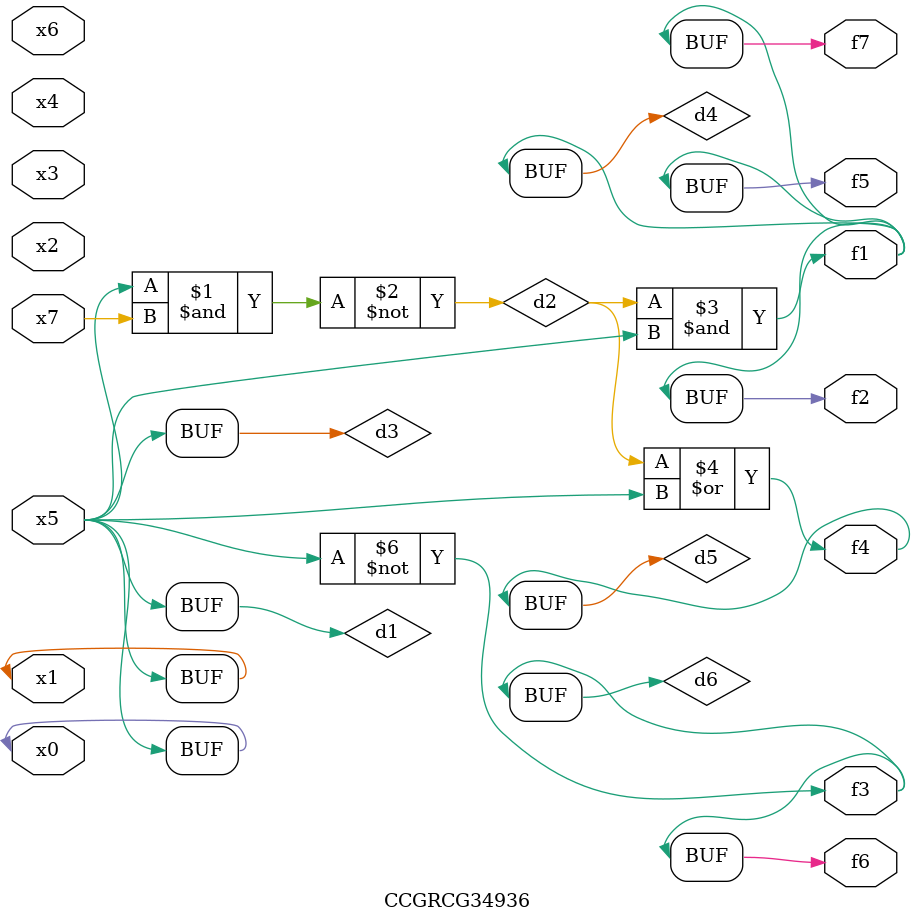
<source format=v>
module CCGRCG34936(
	input x0, x1, x2, x3, x4, x5, x6, x7,
	output f1, f2, f3, f4, f5, f6, f7
);

	wire d1, d2, d3, d4, d5, d6;

	buf (d1, x0, x5);
	nand (d2, x5, x7);
	buf (d3, x0, x1);
	and (d4, d2, d3);
	or (d5, d2, d3);
	nor (d6, d1, d3);
	assign f1 = d4;
	assign f2 = d4;
	assign f3 = d6;
	assign f4 = d5;
	assign f5 = d4;
	assign f6 = d6;
	assign f7 = d4;
endmodule

</source>
